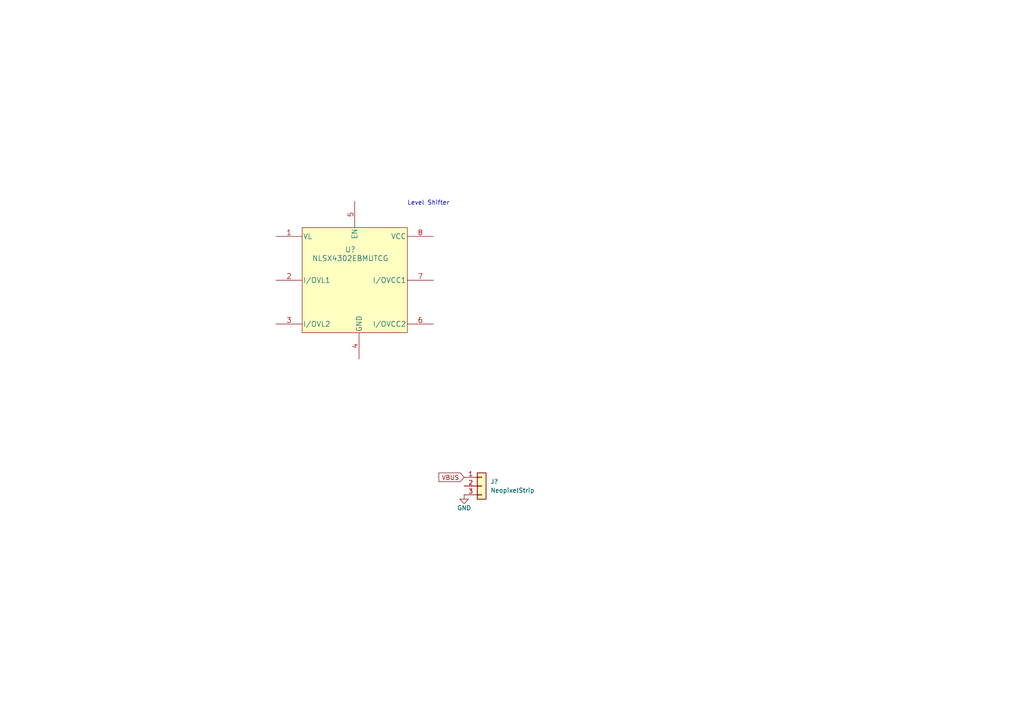
<source format=kicad_sch>
(kicad_sch (version 20211123) (generator eeschema)
  (paper "A4")
  (lib_symbols
    (symbol "Connector_Generic:Conn_01x03" (pin_names (offset 1.016) hide)
      (property "Reference" "J" (at 0 5.08 0))
      (property "Value" "Conn_01x03" (at 0 -5.08 0))
      (symbol "Conn_01x03_1_1"
        (rectangle (start -1.27 -2.413) (end 0 -2.667) (stroke (width 0.1524)))
        (rectangle (start -1.27 0.127) (end 0 -0.127) (stroke (width 0.1524)))
        (rectangle (start -1.27 2.667) (end 0 2.413) (stroke (width 0.1524)))
        (rectangle (start -1.27 3.81) (end 1.27 -3.81) (stroke (width 0.254)) (fill (type background)))
        (pin passive line (at -5.08 2.54 0) (length 3.81) (name "Pin_1") (number "1"))
        (pin passive line (at -5.08 0 0) (length 3.81) (name "Pin_2") (number "2"))
        (pin passive line (at -5.08 -2.54 0) (length 3.81) (name "Pin_3") (number "3"))
      )
    )
    (symbol "NLSX4302EBMUTCG:NLSX4302EBMUTCG" (pin_names (offset 0.254))
      (property "Reference" "U?" (at 21.59 1.27 0))
      (property "Value" "NLSX4302EBMUTCG" (at 21.59 -1.27 0))
      (symbol "NLSX4302EBMUTCG_1_1"
        (rectangle (start 7.62 7.62) (end 38.1 -22.86) (fill (type background)))
        (pin input line (at 0 5.08 0) (length 7.62) (name "VL") (number "1"))
        (pin bidirectional line (at 0 -7.62 0) (length 7.62) (name "I/OVL1") (number "2"))
        (pin bidirectional line (at 0 -20.32 0) (length 7.62) (name "I/OVL2") (number "3"))
        (pin power_in line (at 24.13 -30.48 90) (length 7.62) (name "GND") (number "4"))
        (pin output line (at 22.86 15.24 270) (length 7.62) (name "EN") (number "5"))
        (pin bidirectional line (at 45.72 -20.32 180) (length 7.62) (name "I/OVCC2") (number "6"))
        (pin bidirectional line (at 45.72 -7.62 180) (length 7.62) (name "I/OVCC1") (number "7"))
        (pin power_in line (at 45.72 5.08 180) (length 7.62) (name "VCC") (number "8"))
      )
    )
    (symbol "power:GND" (power) (pin_names (offset 0))
      (property "Value" "GND" (at 0 -3.81 0))
      (symbol "GND_0_1"
        (polyline (pts (xy 0 0) (xy 0 -1.27) (xy 1.27 -1.27) (xy 0 -2.54) (xy -1.27 -1.27) (xy 0 -1.27)))
      )
      (symbol "GND_1_1"
        (pin power_in line (at 0 0 270) (length 0) hide (name "GND") (number "1"))
      )
    )
  )
  (text "Level Shifter\n" (at 118.11 59.69 0) (effects (font (size 1.27 1.27)) (justify left bottom)))
  (global_label "VBUS" (shape input) (at 134.62 138.43 180) (property "Intersheet References" "${INTERSHEET_REFS}" (effects hide)))
  (symbol (lib_id "power:GND") (at 134.62 143.51 0) (unit 1)
    (property "Reference" "#PWR?" (effects hide))
    (property "Value" "GND" (at 134.62 147.32 0))
  )
  (symbol (lib_id "Connector_Generic:Conn_01x03") (at 139.7 140.97 0) (unit 1)
    (property "Reference" "J?" (at 142.24 139.6999 0) (effects (justify left)))
    (property "Value" "NeopixelStrip" (at 142.24 142.2399 0) (effects (justify left)))
    (property "Footprint" "Breadstick Footprints:NeopixelStrip" (effects hide))
  )
  (symbol (lib_id "NLSX4302EBMUTCG:NLSX4302EBMUTCG") (at 80.01 73.66 0) (unit 1)
    (property "Reference" "U?" (at 101.6 72.39 0) (effects (font (size 1.524 1.524))))
    (property "Value" "NLSX4302EBMUTCG" (at 101.6 74.93 0) (effects (font (size 1.524 1.524))))
    (property "Footprint" "NLSX4302EBMUTCG:NLSX4302EBMUTCG" (effects hide))
    (property "JLCPCB P/N" "C893527" (effects hide))
  )
)
</source>
